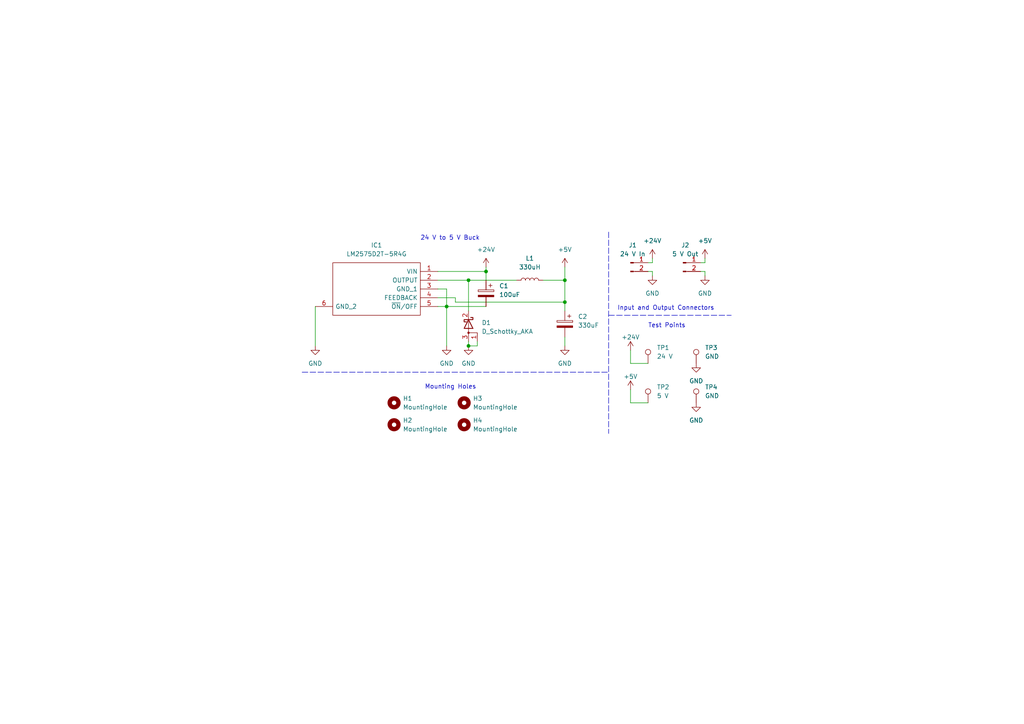
<source format=kicad_sch>
(kicad_sch (version 20211123) (generator eeschema)

  (uuid e63e39d7-6ac0-4ffd-8aa3-1841a4541b55)

  (paper "A4")

  (lib_symbols
    (symbol "Connector:Conn_01x02_Male" (pin_names (offset 1.016) hide) (in_bom yes) (on_board yes)
      (property "Reference" "J" (id 0) (at 0 2.54 0)
        (effects (font (size 1.27 1.27)))
      )
      (property "Value" "Conn_01x02_Male" (id 1) (at 0 -5.08 0)
        (effects (font (size 1.27 1.27)))
      )
      (property "Footprint" "" (id 2) (at 0 0 0)
        (effects (font (size 1.27 1.27)) hide)
      )
      (property "Datasheet" "~" (id 3) (at 0 0 0)
        (effects (font (size 1.27 1.27)) hide)
      )
      (property "ki_keywords" "connector" (id 4) (at 0 0 0)
        (effects (font (size 1.27 1.27)) hide)
      )
      (property "ki_description" "Generic connector, single row, 01x02, script generated (kicad-library-utils/schlib/autogen/connector/)" (id 5) (at 0 0 0)
        (effects (font (size 1.27 1.27)) hide)
      )
      (property "ki_fp_filters" "Connector*:*_1x??_*" (id 6) (at 0 0 0)
        (effects (font (size 1.27 1.27)) hide)
      )
      (symbol "Conn_01x02_Male_1_1"
        (polyline
          (pts
            (xy 1.27 -2.54)
            (xy 0.8636 -2.54)
          )
          (stroke (width 0.1524) (type default) (color 0 0 0 0))
          (fill (type none))
        )
        (polyline
          (pts
            (xy 1.27 0)
            (xy 0.8636 0)
          )
          (stroke (width 0.1524) (type default) (color 0 0 0 0))
          (fill (type none))
        )
        (rectangle (start 0.8636 -2.413) (end 0 -2.667)
          (stroke (width 0.1524) (type default) (color 0 0 0 0))
          (fill (type outline))
        )
        (rectangle (start 0.8636 0.127) (end 0 -0.127)
          (stroke (width 0.1524) (type default) (color 0 0 0 0))
          (fill (type outline))
        )
        (pin passive line (at 5.08 0 180) (length 3.81)
          (name "Pin_1" (effects (font (size 1.27 1.27))))
          (number "1" (effects (font (size 1.27 1.27))))
        )
        (pin passive line (at 5.08 -2.54 180) (length 3.81)
          (name "Pin_2" (effects (font (size 1.27 1.27))))
          (number "2" (effects (font (size 1.27 1.27))))
        )
      )
    )
    (symbol "Connector:TestPoint" (pin_numbers hide) (pin_names (offset 0.762) hide) (in_bom yes) (on_board yes)
      (property "Reference" "TP" (id 0) (at 0 6.858 0)
        (effects (font (size 1.27 1.27)))
      )
      (property "Value" "TestPoint" (id 1) (at 0 5.08 0)
        (effects (font (size 1.27 1.27)))
      )
      (property "Footprint" "" (id 2) (at 5.08 0 0)
        (effects (font (size 1.27 1.27)) hide)
      )
      (property "Datasheet" "~" (id 3) (at 5.08 0 0)
        (effects (font (size 1.27 1.27)) hide)
      )
      (property "ki_keywords" "test point tp" (id 4) (at 0 0 0)
        (effects (font (size 1.27 1.27)) hide)
      )
      (property "ki_description" "test point" (id 5) (at 0 0 0)
        (effects (font (size 1.27 1.27)) hide)
      )
      (property "ki_fp_filters" "Pin* Test*" (id 6) (at 0 0 0)
        (effects (font (size 1.27 1.27)) hide)
      )
      (symbol "TestPoint_0_1"
        (circle (center 0 3.302) (radius 0.762)
          (stroke (width 0) (type default) (color 0 0 0 0))
          (fill (type none))
        )
      )
      (symbol "TestPoint_1_1"
        (pin passive line (at 0 0 90) (length 2.54)
          (name "1" (effects (font (size 1.27 1.27))))
          (number "1" (effects (font (size 1.27 1.27))))
        )
      )
    )
    (symbol "Device:C_Polarized" (pin_numbers hide) (pin_names (offset 0.254)) (in_bom yes) (on_board yes)
      (property "Reference" "C" (id 0) (at 0.635 2.54 0)
        (effects (font (size 1.27 1.27)) (justify left))
      )
      (property "Value" "C_Polarized" (id 1) (at 0.635 -2.54 0)
        (effects (font (size 1.27 1.27)) (justify left))
      )
      (property "Footprint" "" (id 2) (at 0.9652 -3.81 0)
        (effects (font (size 1.27 1.27)) hide)
      )
      (property "Datasheet" "~" (id 3) (at 0 0 0)
        (effects (font (size 1.27 1.27)) hide)
      )
      (property "ki_keywords" "cap capacitor" (id 4) (at 0 0 0)
        (effects (font (size 1.27 1.27)) hide)
      )
      (property "ki_description" "Polarized capacitor" (id 5) (at 0 0 0)
        (effects (font (size 1.27 1.27)) hide)
      )
      (property "ki_fp_filters" "CP_*" (id 6) (at 0 0 0)
        (effects (font (size 1.27 1.27)) hide)
      )
      (symbol "C_Polarized_0_1"
        (rectangle (start -2.286 0.508) (end 2.286 1.016)
          (stroke (width 0) (type default) (color 0 0 0 0))
          (fill (type none))
        )
        (polyline
          (pts
            (xy -1.778 2.286)
            (xy -0.762 2.286)
          )
          (stroke (width 0) (type default) (color 0 0 0 0))
          (fill (type none))
        )
        (polyline
          (pts
            (xy -1.27 2.794)
            (xy -1.27 1.778)
          )
          (stroke (width 0) (type default) (color 0 0 0 0))
          (fill (type none))
        )
        (rectangle (start 2.286 -0.508) (end -2.286 -1.016)
          (stroke (width 0) (type default) (color 0 0 0 0))
          (fill (type outline))
        )
      )
      (symbol "C_Polarized_1_1"
        (pin passive line (at 0 3.81 270) (length 2.794)
          (name "~" (effects (font (size 1.27 1.27))))
          (number "1" (effects (font (size 1.27 1.27))))
        )
        (pin passive line (at 0 -3.81 90) (length 2.794)
          (name "~" (effects (font (size 1.27 1.27))))
          (number "2" (effects (font (size 1.27 1.27))))
        )
      )
    )
    (symbol "Device:D_Schottky_AKA" (pin_names (offset 0) hide) (in_bom yes) (on_board yes)
      (property "Reference" "D" (id 0) (at 0 2.54 0)
        (effects (font (size 1.27 1.27)))
      )
      (property "Value" "D_Schottky_AKA" (id 1) (at 0 -2.54 0)
        (effects (font (size 1.27 1.27)))
      )
      (property "Footprint" "" (id 2) (at 0 0 0)
        (effects (font (size 1.27 1.27)) hide)
      )
      (property "Datasheet" "~" (id 3) (at 0 0 0)
        (effects (font (size 1.27 1.27)) hide)
      )
      (property "ki_keywords" "diode Schottky SCHDPAK" (id 4) (at 0 0 0)
        (effects (font (size 1.27 1.27)) hide)
      )
      (property "ki_description" "Schottky diode, anode on pins 1 and 3" (id 5) (at 0 0 0)
        (effects (font (size 1.27 1.27)) hide)
      )
      (property "ki_fp_filters" "TO-???* *_Diode_* *SingleDiode* D_*" (id 6) (at 0 0 0)
        (effects (font (size 1.27 1.27)) hide)
      )
      (symbol "D_Schottky_AKA_0_1"
        (polyline
          (pts
            (xy 1.27 1.27)
            (xy 1.27 -1.27)
            (xy -1.27 0)
            (xy 1.27 1.27)
          )
          (stroke (width 0.254) (type default) (color 0 0 0 0))
          (fill (type none))
        )
        (polyline
          (pts
            (xy 3.81 2.54)
            (xy 2.54 2.54)
            (xy 2.54 0)
            (xy -1.27 0)
          )
          (stroke (width 0) (type default) (color 0 0 0 0))
          (fill (type none))
        )
        (polyline
          (pts
            (xy -1.905 0.635)
            (xy -1.905 1.27)
            (xy -1.27 1.27)
            (xy -1.27 -1.27)
            (xy -0.635 -1.27)
            (xy -0.635 -0.635)
          )
          (stroke (width 0.254) (type default) (color 0 0 0 0))
          (fill (type none))
        )
        (circle (center 2.54 0) (radius 0.254)
          (stroke (width 0) (type default) (color 0 0 0 0))
          (fill (type outline))
        )
      )
      (symbol "D_Schottky_AKA_1_1"
        (pin input line (at 5.08 2.54 180) (length 2.54)
          (name "A" (effects (font (size 1.27 1.27))))
          (number "1" (effects (font (size 1.27 1.27))))
        )
        (pin passive line (at -3.81 0 0) (length 2.54)
          (name "K" (effects (font (size 1.27 1.27))))
          (number "2" (effects (font (size 1.27 1.27))))
        )
        (pin passive line (at 5.08 0 180) (length 2.54)
          (name "A" (effects (font (size 1.27 1.27))))
          (number "3" (effects (font (size 1.27 1.27))))
        )
      )
    )
    (symbol "Device:L" (pin_numbers hide) (pin_names (offset 1.016) hide) (in_bom yes) (on_board yes)
      (property "Reference" "L" (id 0) (at -1.27 0 90)
        (effects (font (size 1.27 1.27)))
      )
      (property "Value" "L" (id 1) (at 1.905 0 90)
        (effects (font (size 1.27 1.27)))
      )
      (property "Footprint" "" (id 2) (at 0 0 0)
        (effects (font (size 1.27 1.27)) hide)
      )
      (property "Datasheet" "~" (id 3) (at 0 0 0)
        (effects (font (size 1.27 1.27)) hide)
      )
      (property "ki_keywords" "inductor choke coil reactor magnetic" (id 4) (at 0 0 0)
        (effects (font (size 1.27 1.27)) hide)
      )
      (property "ki_description" "Inductor" (id 5) (at 0 0 0)
        (effects (font (size 1.27 1.27)) hide)
      )
      (property "ki_fp_filters" "Choke_* *Coil* Inductor_* L_*" (id 6) (at 0 0 0)
        (effects (font (size 1.27 1.27)) hide)
      )
      (symbol "L_0_1"
        (arc (start 0 -2.54) (mid 0.635 -1.905) (end 0 -1.27)
          (stroke (width 0) (type default) (color 0 0 0 0))
          (fill (type none))
        )
        (arc (start 0 -1.27) (mid 0.635 -0.635) (end 0 0)
          (stroke (width 0) (type default) (color 0 0 0 0))
          (fill (type none))
        )
        (arc (start 0 0) (mid 0.635 0.635) (end 0 1.27)
          (stroke (width 0) (type default) (color 0 0 0 0))
          (fill (type none))
        )
        (arc (start 0 1.27) (mid 0.635 1.905) (end 0 2.54)
          (stroke (width 0) (type default) (color 0 0 0 0))
          (fill (type none))
        )
      )
      (symbol "L_1_1"
        (pin passive line (at 0 3.81 270) (length 1.27)
          (name "1" (effects (font (size 1.27 1.27))))
          (number "1" (effects (font (size 1.27 1.27))))
        )
        (pin passive line (at 0 -3.81 90) (length 1.27)
          (name "2" (effects (font (size 1.27 1.27))))
          (number "2" (effects (font (size 1.27 1.27))))
        )
      )
    )
    (symbol "Mechanical:MountingHole" (pin_names (offset 1.016)) (in_bom yes) (on_board yes)
      (property "Reference" "H" (id 0) (at 0 5.08 0)
        (effects (font (size 1.27 1.27)))
      )
      (property "Value" "MountingHole" (id 1) (at 0 3.175 0)
        (effects (font (size 1.27 1.27)))
      )
      (property "Footprint" "" (id 2) (at 0 0 0)
        (effects (font (size 1.27 1.27)) hide)
      )
      (property "Datasheet" "~" (id 3) (at 0 0 0)
        (effects (font (size 1.27 1.27)) hide)
      )
      (property "ki_keywords" "mounting hole" (id 4) (at 0 0 0)
        (effects (font (size 1.27 1.27)) hide)
      )
      (property "ki_description" "Mounting Hole without connection" (id 5) (at 0 0 0)
        (effects (font (size 1.27 1.27)) hide)
      )
      (property "ki_fp_filters" "MountingHole*" (id 6) (at 0 0 0)
        (effects (font (size 1.27 1.27)) hide)
      )
      (symbol "MountingHole_0_1"
        (circle (center 0 0) (radius 1.27)
          (stroke (width 1.27) (type default) (color 0 0 0 0))
          (fill (type none))
        )
      )
    )
    (symbol "SamacSys_Parts:LM2575D2T-5R4G" (pin_names (offset 0.762)) (in_bom yes) (on_board yes)
      (property "Reference" "IC" (id 0) (at 31.75 7.62 0)
        (effects (font (size 1.27 1.27)) (justify left))
      )
      (property "Value" "LM2575D2T-5R4G" (id 1) (at 31.75 5.08 0)
        (effects (font (size 1.27 1.27)) (justify left))
      )
      (property "Footprint" "NCP5663DSADJR4G" (id 2) (at 31.75 2.54 0)
        (effects (font (size 1.27 1.27)) (justify left) hide)
      )
      (property "Datasheet" "https://datasheet.datasheetarchive.com/originals/distributors/Datasheets-23/DSA-455635.pdf" (id 3) (at 31.75 0 0)
        (effects (font (size 1.27 1.27)) (justify left) hide)
      )
      (property "Description" "ON Semiconductor, LM2575D2T-5R4G Switching Regulator 1A, Maximum of 5 V, D2PAK 5-Pin" (id 4) (at 31.75 -2.54 0)
        (effects (font (size 1.27 1.27)) (justify left) hide)
      )
      (property "Height" "" (id 5) (at 31.75 -5.08 0)
        (effects (font (size 1.27 1.27)) (justify left) hide)
      )
      (property "Mouser Part Number" "863-LM2575D2T-5R4G" (id 6) (at 31.75 -7.62 0)
        (effects (font (size 1.27 1.27)) (justify left) hide)
      )
      (property "Mouser Price/Stock" "https://www.mouser.co.uk/ProductDetail/onsemi/LM2575D2T-5R4G?qs=2OtswVQKCOFBLUwJlx%252BYMQ%3D%3D" (id 7) (at 31.75 -10.16 0)
        (effects (font (size 1.27 1.27)) (justify left) hide)
      )
      (property "Manufacturer_Name" "ON Semiconductor" (id 8) (at 31.75 -12.7 0)
        (effects (font (size 1.27 1.27)) (justify left) hide)
      )
      (property "Manufacturer_Part_Number" "LM2575D2T-5R4G" (id 9) (at 31.75 -15.24 0)
        (effects (font (size 1.27 1.27)) (justify left) hide)
      )
      (property "ki_description" "ON Semiconductor, LM2575D2T-5R4G Switching Regulator 1A, Maximum of 5 V, D2PAK 5-Pin" (id 10) (at 0 0 0)
        (effects (font (size 1.27 1.27)) hide)
      )
      (symbol "LM2575D2T-5R4G_0_0"
        (pin passive line (at 35.56 -10.16 180) (length 5.08)
          (name "VIN" (effects (font (size 1.27 1.27))))
          (number "1" (effects (font (size 1.27 1.27))))
        )
        (pin passive line (at 35.56 -7.62 180) (length 5.08)
          (name "OUTPUT" (effects (font (size 1.27 1.27))))
          (number "2" (effects (font (size 1.27 1.27))))
        )
        (pin passive line (at 35.56 -5.08 180) (length 5.08)
          (name "GND_1" (effects (font (size 1.27 1.27))))
          (number "3" (effects (font (size 1.27 1.27))))
        )
        (pin passive line (at 35.56 -2.54 180) (length 5.08)
          (name "FEEDBACK" (effects (font (size 1.27 1.27))))
          (number "4" (effects (font (size 1.27 1.27))))
        )
        (pin passive line (at 35.56 0 180) (length 5.08)
          (name "~{ON}/OFF" (effects (font (size 1.27 1.27))))
          (number "5" (effects (font (size 1.27 1.27))))
        )
        (pin passive line (at 0 0 0) (length 5.08)
          (name "GND_2" (effects (font (size 1.27 1.27))))
          (number "6" (effects (font (size 1.27 1.27))))
        )
      )
      (symbol "LM2575D2T-5R4G_0_1"
        (polyline
          (pts
            (xy 5.08 2.54)
            (xy 30.48 2.54)
            (xy 30.48 -12.7)
            (xy 5.08 -12.7)
            (xy 5.08 2.54)
          )
          (stroke (width 0.1524) (type default) (color 0 0 0 0))
          (fill (type none))
        )
      )
    )
    (symbol "power:+24V" (power) (pin_names (offset 0)) (in_bom yes) (on_board yes)
      (property "Reference" "#PWR" (id 0) (at 0 -3.81 0)
        (effects (font (size 1.27 1.27)) hide)
      )
      (property "Value" "+24V" (id 1) (at 0 3.556 0)
        (effects (font (size 1.27 1.27)))
      )
      (property "Footprint" "" (id 2) (at 0 0 0)
        (effects (font (size 1.27 1.27)) hide)
      )
      (property "Datasheet" "" (id 3) (at 0 0 0)
        (effects (font (size 1.27 1.27)) hide)
      )
      (property "ki_keywords" "power-flag" (id 4) (at 0 0 0)
        (effects (font (size 1.27 1.27)) hide)
      )
      (property "ki_description" "Power symbol creates a global label with name \"+24V\"" (id 5) (at 0 0 0)
        (effects (font (size 1.27 1.27)) hide)
      )
      (symbol "+24V_0_1"
        (polyline
          (pts
            (xy -0.762 1.27)
            (xy 0 2.54)
          )
          (stroke (width 0) (type default) (color 0 0 0 0))
          (fill (type none))
        )
        (polyline
          (pts
            (xy 0 0)
            (xy 0 2.54)
          )
          (stroke (width 0) (type default) (color 0 0 0 0))
          (fill (type none))
        )
        (polyline
          (pts
            (xy 0 2.54)
            (xy 0.762 1.27)
          )
          (stroke (width 0) (type default) (color 0 0 0 0))
          (fill (type none))
        )
      )
      (symbol "+24V_1_1"
        (pin power_in line (at 0 0 90) (length 0) hide
          (name "+24V" (effects (font (size 1.27 1.27))))
          (number "1" (effects (font (size 1.27 1.27))))
        )
      )
    )
    (symbol "power:+5V" (power) (pin_names (offset 0)) (in_bom yes) (on_board yes)
      (property "Reference" "#PWR" (id 0) (at 0 -3.81 0)
        (effects (font (size 1.27 1.27)) hide)
      )
      (property "Value" "+5V" (id 1) (at 0 3.556 0)
        (effects (font (size 1.27 1.27)))
      )
      (property "Footprint" "" (id 2) (at 0 0 0)
        (effects (font (size 1.27 1.27)) hide)
      )
      (property "Datasheet" "" (id 3) (at 0 0 0)
        (effects (font (size 1.27 1.27)) hide)
      )
      (property "ki_keywords" "power-flag" (id 4) (at 0 0 0)
        (effects (font (size 1.27 1.27)) hide)
      )
      (property "ki_description" "Power symbol creates a global label with name \"+5V\"" (id 5) (at 0 0 0)
        (effects (font (size 1.27 1.27)) hide)
      )
      (symbol "+5V_0_1"
        (polyline
          (pts
            (xy -0.762 1.27)
            (xy 0 2.54)
          )
          (stroke (width 0) (type default) (color 0 0 0 0))
          (fill (type none))
        )
        (polyline
          (pts
            (xy 0 0)
            (xy 0 2.54)
          )
          (stroke (width 0) (type default) (color 0 0 0 0))
          (fill (type none))
        )
        (polyline
          (pts
            (xy 0 2.54)
            (xy 0.762 1.27)
          )
          (stroke (width 0) (type default) (color 0 0 0 0))
          (fill (type none))
        )
      )
      (symbol "+5V_1_1"
        (pin power_in line (at 0 0 90) (length 0) hide
          (name "+5V" (effects (font (size 1.27 1.27))))
          (number "1" (effects (font (size 1.27 1.27))))
        )
      )
    )
    (symbol "power:GND" (power) (pin_names (offset 0)) (in_bom yes) (on_board yes)
      (property "Reference" "#PWR" (id 0) (at 0 -6.35 0)
        (effects (font (size 1.27 1.27)) hide)
      )
      (property "Value" "GND" (id 1) (at 0 -3.81 0)
        (effects (font (size 1.27 1.27)))
      )
      (property "Footprint" "" (id 2) (at 0 0 0)
        (effects (font (size 1.27 1.27)) hide)
      )
      (property "Datasheet" "" (id 3) (at 0 0 0)
        (effects (font (size 1.27 1.27)) hide)
      )
      (property "ki_keywords" "power-flag" (id 4) (at 0 0 0)
        (effects (font (size 1.27 1.27)) hide)
      )
      (property "ki_description" "Power symbol creates a global label with name \"GND\" , ground" (id 5) (at 0 0 0)
        (effects (font (size 1.27 1.27)) hide)
      )
      (symbol "GND_0_1"
        (polyline
          (pts
            (xy 0 0)
            (xy 0 -1.27)
            (xy 1.27 -1.27)
            (xy 0 -2.54)
            (xy -1.27 -1.27)
            (xy 0 -1.27)
          )
          (stroke (width 0) (type default) (color 0 0 0 0))
          (fill (type none))
        )
      )
      (symbol "GND_1_1"
        (pin power_in line (at 0 0 270) (length 0) hide
          (name "GND" (effects (font (size 1.27 1.27))))
          (number "1" (effects (font (size 1.27 1.27))))
        )
      )
    )
  )

  (junction (at 135.89 81.28) (diameter 0) (color 0 0 0 0)
    (uuid 21337fed-f251-4da8-889d-f472411ca9fa)
  )
  (junction (at 135.89 100.33) (diameter 0) (color 0 0 0 0)
    (uuid 417c11c1-6082-495a-85bc-f290683cf2d2)
  )
  (junction (at 163.83 81.28) (diameter 0) (color 0 0 0 0)
    (uuid 54295bdd-cc13-4e6f-9a90-1ca68aa70bb2)
  )
  (junction (at 129.54 88.9) (diameter 0) (color 0 0 0 0)
    (uuid 8d8d63b8-faa3-49d2-afd2-cc3043746dad)
  )
  (junction (at 163.83 87.63) (diameter 0) (color 0 0 0 0)
    (uuid ab5be492-0c14-4da4-a58e-f1df67f4fa40)
  )
  (junction (at 140.97 78.74) (diameter 0) (color 0 0 0 0)
    (uuid f557f8de-40d7-4ffa-adae-0408a1fdcdec)
  )

  (wire (pts (xy 182.88 101.6) (xy 182.88 105.41))
    (stroke (width 0) (type default) (color 0 0 0 0))
    (uuid 0e5fd2a1-6125-480a-af28-aee23333364d)
  )
  (wire (pts (xy 163.83 87.63) (xy 132.08 87.63))
    (stroke (width 0) (type default) (color 0 0 0 0))
    (uuid 12f1f3ad-4b99-4684-abff-ffe3a06cbc65)
  )
  (wire (pts (xy 91.44 88.9) (xy 91.44 100.33))
    (stroke (width 0) (type default) (color 0 0 0 0))
    (uuid 2061876f-2be4-400a-a302-438c0814c029)
  )
  (wire (pts (xy 204.47 78.74) (xy 204.47 80.01))
    (stroke (width 0) (type default) (color 0 0 0 0))
    (uuid 266b42bd-56de-4e23-bf56-2b0a6935262a)
  )
  (wire (pts (xy 127 86.36) (xy 132.08 86.36))
    (stroke (width 0) (type default) (color 0 0 0 0))
    (uuid 3509cfd1-9e05-4bc6-9c04-f9651483e33f)
  )
  (wire (pts (xy 203.2 76.2) (xy 204.47 76.2))
    (stroke (width 0) (type default) (color 0 0 0 0))
    (uuid 36369dea-a324-4f2a-98d2-e5c250767a2b)
  )
  (wire (pts (xy 203.2 78.74) (xy 204.47 78.74))
    (stroke (width 0) (type default) (color 0 0 0 0))
    (uuid 3665c82b-d442-4830-848e-9bf64bea8466)
  )
  (wire (pts (xy 138.43 100.33) (xy 138.43 99.06))
    (stroke (width 0) (type default) (color 0 0 0 0))
    (uuid 3af4f4cf-9f63-48b5-9de8-e37b07c7e7f9)
  )
  (wire (pts (xy 163.83 87.63) (xy 163.83 90.17))
    (stroke (width 0) (type default) (color 0 0 0 0))
    (uuid 3ceec098-2595-49ca-a1c6-94010ccff316)
  )
  (wire (pts (xy 204.47 76.2) (xy 204.47 74.93))
    (stroke (width 0) (type default) (color 0 0 0 0))
    (uuid 43398c34-4627-4393-a04e-bced673761fa)
  )
  (wire (pts (xy 135.89 81.28) (xy 149.86 81.28))
    (stroke (width 0) (type default) (color 0 0 0 0))
    (uuid 448f0436-a912-4259-89b6-2cc97779a689)
  )
  (wire (pts (xy 140.97 78.74) (xy 140.97 81.28))
    (stroke (width 0) (type default) (color 0 0 0 0))
    (uuid 488c7f70-791d-49eb-8c5a-fafb954dd4b7)
  )
  (wire (pts (xy 129.54 83.82) (xy 127 83.82))
    (stroke (width 0) (type default) (color 0 0 0 0))
    (uuid 55a3c1d7-b87c-49c3-b9ab-40aded906e2e)
  )
  (polyline (pts (xy 176.53 91.44) (xy 212.09 91.44))
    (stroke (width 0) (type default) (color 0 0 0 0))
    (uuid 5c46ba13-cf0e-4335-b34e-9ec442511509)
  )

  (wire (pts (xy 135.89 99.06) (xy 135.89 100.33))
    (stroke (width 0) (type default) (color 0 0 0 0))
    (uuid 5c96d793-f576-407a-9353-cae541a8cb95)
  )
  (polyline (pts (xy 176.53 67.31) (xy 176.53 125.73))
    (stroke (width 0) (type default) (color 0 0 0 0))
    (uuid 60c6cd11-19de-4507-bbfd-0b3eecb0ec9b)
  )

  (wire (pts (xy 163.83 81.28) (xy 163.83 87.63))
    (stroke (width 0) (type default) (color 0 0 0 0))
    (uuid 68cfbe1a-ffcb-4c8f-adf2-35aa9f307d3a)
  )
  (wire (pts (xy 157.48 81.28) (xy 163.83 81.28))
    (stroke (width 0) (type default) (color 0 0 0 0))
    (uuid 6ba37e55-db0c-45b2-a380-650a6dfbd096)
  )
  (wire (pts (xy 135.89 81.28) (xy 135.89 90.17))
    (stroke (width 0) (type default) (color 0 0 0 0))
    (uuid 8927b693-3483-404f-8be8-a88a1a129862)
  )
  (wire (pts (xy 182.88 116.84) (xy 187.96 116.84))
    (stroke (width 0) (type default) (color 0 0 0 0))
    (uuid 89a16117-56a5-4c8e-a04b-fdd70e3443b9)
  )
  (wire (pts (xy 135.89 100.33) (xy 138.43 100.33))
    (stroke (width 0) (type default) (color 0 0 0 0))
    (uuid 8e5a7eb8-9e39-484c-8d32-90140b9d6064)
  )
  (wire (pts (xy 140.97 77.47) (xy 140.97 78.74))
    (stroke (width 0) (type default) (color 0 0 0 0))
    (uuid 9a8a4f52-1c3a-49cb-9ca3-52942d6f4831)
  )
  (wire (pts (xy 187.96 78.74) (xy 189.23 78.74))
    (stroke (width 0) (type default) (color 0 0 0 0))
    (uuid 9c53bf56-7ba6-4053-9474-4c5ff0db4d72)
  )
  (wire (pts (xy 189.23 76.2) (xy 189.23 74.93))
    (stroke (width 0) (type default) (color 0 0 0 0))
    (uuid 9e4e46c9-c8ca-45d9-bede-2d4b6063f159)
  )
  (wire (pts (xy 187.96 76.2) (xy 189.23 76.2))
    (stroke (width 0) (type default) (color 0 0 0 0))
    (uuid aa32abe0-bee8-4ca1-865e-53096df272e1)
  )
  (wire (pts (xy 127 81.28) (xy 135.89 81.28))
    (stroke (width 0) (type default) (color 0 0 0 0))
    (uuid bc38977d-eddf-4d87-8199-1ba8870e863f)
  )
  (wire (pts (xy 129.54 88.9) (xy 140.97 88.9))
    (stroke (width 0) (type default) (color 0 0 0 0))
    (uuid bedc3f1e-1bba-43df-b423-c9c18af56697)
  )
  (wire (pts (xy 189.23 78.74) (xy 189.23 80.01))
    (stroke (width 0) (type default) (color 0 0 0 0))
    (uuid bf0a8df7-b0e5-4be8-85ac-b456234cf194)
  )
  (wire (pts (xy 129.54 83.82) (xy 129.54 88.9))
    (stroke (width 0) (type default) (color 0 0 0 0))
    (uuid cafddb81-a638-4e55-883b-da9e073efca7)
  )
  (polyline (pts (xy 87.63 107.95) (xy 176.53 107.95))
    (stroke (width 0) (type default) (color 0 0 0 0))
    (uuid d2d6eb0c-b7dd-4dd4-ab57-8f3ce956360f)
  )

  (wire (pts (xy 163.83 77.47) (xy 163.83 81.28))
    (stroke (width 0) (type default) (color 0 0 0 0))
    (uuid d53efbe9-9c42-41fd-a616-a8f6624f1830)
  )
  (wire (pts (xy 127 88.9) (xy 129.54 88.9))
    (stroke (width 0) (type default) (color 0 0 0 0))
    (uuid e06cb47e-dcc5-42d1-88f4-a0b0f82c2680)
  )
  (wire (pts (xy 182.88 113.03) (xy 182.88 116.84))
    (stroke (width 0) (type default) (color 0 0 0 0))
    (uuid e3d0a9a5-19a3-4e7c-97ba-e3b739d74c4d)
  )
  (wire (pts (xy 132.08 87.63) (xy 132.08 86.36))
    (stroke (width 0) (type default) (color 0 0 0 0))
    (uuid ef7a2911-7794-4b89-92d3-508dbde7265c)
  )
  (wire (pts (xy 127 78.74) (xy 140.97 78.74))
    (stroke (width 0) (type default) (color 0 0 0 0))
    (uuid f0548328-2c4a-4580-8873-c885f0c8879e)
  )
  (wire (pts (xy 163.83 97.79) (xy 163.83 100.33))
    (stroke (width 0) (type default) (color 0 0 0 0))
    (uuid f6b3f86f-a62d-4458-9b2c-0e79100dc5cc)
  )
  (wire (pts (xy 129.54 88.9) (xy 129.54 100.33))
    (stroke (width 0) (type default) (color 0 0 0 0))
    (uuid fd74118e-560b-4b08-811d-c12880c31cfa)
  )
  (wire (pts (xy 182.88 105.41) (xy 187.96 105.41))
    (stroke (width 0) (type default) (color 0 0 0 0))
    (uuid ff654fbc-3005-482b-af6f-276d005a3bfc)
  )

  (text "Input and Output Connectors" (at 179.07 90.17 0)
    (effects (font (size 1.27 1.27)) (justify left bottom))
    (uuid 0e3258c3-2542-416f-999a-5b3bcab67e0b)
  )
  (text "Test Points" (at 187.96 95.25 0)
    (effects (font (size 1.27 1.27)) (justify left bottom))
    (uuid 565a7a93-9cf3-42e9-85f1-99eec61c9f18)
  )
  (text "Mounting Holes" (at 123.19 113.03 0)
    (effects (font (size 1.27 1.27)) (justify left bottom))
    (uuid 58081b0c-9628-42dd-bcc7-f44192e3e59a)
  )
  (text "24 V to 5 V Buck" (at 121.92 69.85 0)
    (effects (font (size 1.27 1.27)) (justify left bottom))
    (uuid 91ff2aad-28d3-494c-a28d-dd53a5f27231)
  )

  (symbol (lib_id "Mechanical:MountingHole") (at 134.62 123.19 0) (unit 1)
    (in_bom yes) (on_board yes) (fields_autoplaced)
    (uuid 055763b9-edb3-4164-87ca-aafe874c714d)
    (property "Reference" "H4" (id 0) (at 137.16 121.9199 0)
      (effects (font (size 1.27 1.27)) (justify left))
    )
    (property "Value" "MountingHole" (id 1) (at 137.16 124.4599 0)
      (effects (font (size 1.27 1.27)) (justify left))
    )
    (property "Footprint" "MountingHole:MountingHole_3.2mm_M3" (id 2) (at 134.62 123.19 0)
      (effects (font (size 1.27 1.27)) hide)
    )
    (property "Datasheet" "~" (id 3) (at 134.62 123.19 0)
      (effects (font (size 1.27 1.27)) hide)
    )
  )

  (symbol (lib_id "power:+24V") (at 189.23 74.93 0) (unit 1)
    (in_bom yes) (on_board yes) (fields_autoplaced)
    (uuid 08f366cc-eebc-4636-8b78-e42b00958c78)
    (property "Reference" "#PWR0105" (id 0) (at 189.23 78.74 0)
      (effects (font (size 1.27 1.27)) hide)
    )
    (property "Value" "+24V" (id 1) (at 189.23 69.85 0))
    (property "Footprint" "" (id 2) (at 189.23 74.93 0)
      (effects (font (size 1.27 1.27)) hide)
    )
    (property "Datasheet" "" (id 3) (at 189.23 74.93 0)
      (effects (font (size 1.27 1.27)) hide)
    )
    (pin "1" (uuid 32f5be3b-815b-49c2-9e7a-de4dce5484c9))
  )

  (symbol (lib_id "Mechanical:MountingHole") (at 114.3 116.84 0) (unit 1)
    (in_bom yes) (on_board yes) (fields_autoplaced)
    (uuid 127fffb0-17b3-4e8b-a5ca-844c1fa9529d)
    (property "Reference" "H1" (id 0) (at 116.84 115.5699 0)
      (effects (font (size 1.27 1.27)) (justify left))
    )
    (property "Value" "MountingHole" (id 1) (at 116.84 118.1099 0)
      (effects (font (size 1.27 1.27)) (justify left))
    )
    (property "Footprint" "MountingHole:MountingHole_3.2mm_M3" (id 2) (at 114.3 116.84 0)
      (effects (font (size 1.27 1.27)) hide)
    )
    (property "Datasheet" "~" (id 3) (at 114.3 116.84 0)
      (effects (font (size 1.27 1.27)) hide)
    )
  )

  (symbol (lib_id "Connector:TestPoint") (at 201.93 116.84 0) (unit 1)
    (in_bom yes) (on_board yes) (fields_autoplaced)
    (uuid 2738b9d8-7455-4383-9d43-16fa38b434f0)
    (property "Reference" "TP4" (id 0) (at 204.47 112.2679 0)
      (effects (font (size 1.27 1.27)) (justify left))
    )
    (property "Value" "GND" (id 1) (at 204.47 114.8079 0)
      (effects (font (size 1.27 1.27)) (justify left))
    )
    (property "Footprint" "TestPoint:TestPoint_THTPad_D2.0mm_Drill1.0mm" (id 2) (at 207.01 116.84 0)
      (effects (font (size 1.27 1.27)) hide)
    )
    (property "Datasheet" "~" (id 3) (at 207.01 116.84 0)
      (effects (font (size 1.27 1.27)) hide)
    )
    (pin "1" (uuid f4e5d476-d421-46cd-9c79-47d057b16060))
  )

  (symbol (lib_id "Device:D_Schottky_AKA") (at 135.89 93.98 270) (unit 1)
    (in_bom yes) (on_board yes) (fields_autoplaced)
    (uuid 29e04bf0-3113-4ad5-9ea9-c2dd9a6eb12e)
    (property "Reference" "D1" (id 0) (at 139.7 93.5989 90)
      (effects (font (size 1.27 1.27)) (justify left))
    )
    (property "Value" "D_Schottky_AKA" (id 1) (at 139.7 96.1389 90)
      (effects (font (size 1.27 1.27)) (justify left))
    )
    (property "Footprint" "Package_TO_SOT_SMD:TO-252-2" (id 2) (at 135.89 93.98 0)
      (effects (font (size 1.27 1.27)) hide)
    )
    (property "Datasheet" "~" (id 3) (at 135.89 93.98 0)
      (effects (font (size 1.27 1.27)) hide)
    )
    (pin "1" (uuid cc24f5d2-0371-49e4-a197-1afb70d7f169))
    (pin "2" (uuid 0ca400b2-5236-4741-b572-62f2f24cdf86))
    (pin "3" (uuid 2598bb26-ade0-4e3d-a972-5b18905a29e1))
  )

  (symbol (lib_id "Device:L") (at 153.67 81.28 90) (unit 1)
    (in_bom yes) (on_board yes) (fields_autoplaced)
    (uuid 3183b767-b4a9-4583-9170-2bd088f2d087)
    (property "Reference" "L1" (id 0) (at 153.67 74.93 90))
    (property "Value" "330uH" (id 1) (at 153.67 77.47 90))
    (property "Footprint" "Inductor_THT:L_Toroid_Vertical_L31.8mm_W15.9mm_P13.50mm_Bourns_5700" (id 2) (at 153.67 81.28 0)
      (effects (font (size 1.27 1.27)) hide)
    )
    (property "Datasheet" "~" (id 3) (at 153.67 81.28 0)
      (effects (font (size 1.27 1.27)) hide)
    )
    (pin "1" (uuid 4648de30-4449-48a8-a551-d00c8f1a426d))
    (pin "2" (uuid 01d174fe-c599-4bbd-bc3f-1a00340dbb27))
  )

  (symbol (lib_id "power:GND") (at 129.54 100.33 0) (unit 1)
    (in_bom yes) (on_board yes) (fields_autoplaced)
    (uuid 3c7fbdaf-a7bf-41aa-a12e-66fb8db90974)
    (property "Reference" "#PWR0112" (id 0) (at 129.54 106.68 0)
      (effects (font (size 1.27 1.27)) hide)
    )
    (property "Value" "GND" (id 1) (at 129.54 105.41 0))
    (property "Footprint" "" (id 2) (at 129.54 100.33 0)
      (effects (font (size 1.27 1.27)) hide)
    )
    (property "Datasheet" "" (id 3) (at 129.54 100.33 0)
      (effects (font (size 1.27 1.27)) hide)
    )
    (pin "1" (uuid f240359e-cb10-4ab5-811f-837d91684332))
  )

  (symbol (lib_id "Connector:Conn_01x02_Male") (at 182.88 76.2 0) (unit 1)
    (in_bom yes) (on_board yes) (fields_autoplaced)
    (uuid 3ddb641d-5ab6-42d0-8415-14273d5c9dad)
    (property "Reference" "J1" (id 0) (at 183.515 71.12 0))
    (property "Value" "24 V In" (id 1) (at 183.515 73.66 0))
    (property "Footprint" "Connector_PinHeader_2.54mm:PinHeader_1x02_P2.54mm_Vertical" (id 2) (at 182.88 76.2 0)
      (effects (font (size 1.27 1.27)) hide)
    )
    (property "Datasheet" "~" (id 3) (at 182.88 76.2 0)
      (effects (font (size 1.27 1.27)) hide)
    )
    (pin "1" (uuid faee9023-5cb0-41ae-a7ad-28d932498fa9))
    (pin "2" (uuid 46af49f5-98cd-41ba-8f2d-029574ef237c))
  )

  (symbol (lib_id "Device:C_Polarized") (at 140.97 85.09 0) (mirror y) (unit 1)
    (in_bom yes) (on_board yes) (fields_autoplaced)
    (uuid 47e68a06-ffc8-4873-ba3b-58c862c6e9a7)
    (property "Reference" "C1" (id 0) (at 144.78 82.9309 0)
      (effects (font (size 1.27 1.27)) (justify right))
    )
    (property "Value" "100uF" (id 1) (at 144.78 85.4709 0)
      (effects (font (size 1.27 1.27)) (justify right))
    )
    (property "Footprint" "Capacitor_THT:CP_Radial_D8.0mm_P3.50mm" (id 2) (at 140.0048 88.9 0)
      (effects (font (size 1.27 1.27)) hide)
    )
    (property "Datasheet" "~" (id 3) (at 140.97 85.09 0)
      (effects (font (size 1.27 1.27)) hide)
    )
    (pin "1" (uuid 2d223460-6658-42b5-b08b-2bf056889d10))
    (pin "2" (uuid 9936fe82-f39e-4423-a3ae-78602fa02de5))
  )

  (symbol (lib_id "power:GND") (at 163.83 100.33 0) (unit 1)
    (in_bom yes) (on_board yes) (fields_autoplaced)
    (uuid 49e03d71-3f8b-4ab2-a8ad-aea2f1ffb367)
    (property "Reference" "#PWR0106" (id 0) (at 163.83 106.68 0)
      (effects (font (size 1.27 1.27)) hide)
    )
    (property "Value" "GND" (id 1) (at 163.83 105.41 0))
    (property "Footprint" "" (id 2) (at 163.83 100.33 0)
      (effects (font (size 1.27 1.27)) hide)
    )
    (property "Datasheet" "" (id 3) (at 163.83 100.33 0)
      (effects (font (size 1.27 1.27)) hide)
    )
    (pin "1" (uuid fbd6e139-6df1-4cfb-b2ce-185045351c35))
  )

  (symbol (lib_id "Mechanical:MountingHole") (at 114.3 123.19 0) (unit 1)
    (in_bom yes) (on_board yes) (fields_autoplaced)
    (uuid 4df34696-0455-4e1a-8e6f-7d04781dcc13)
    (property "Reference" "H2" (id 0) (at 116.84 121.9199 0)
      (effects (font (size 1.27 1.27)) (justify left))
    )
    (property "Value" "MountingHole" (id 1) (at 116.84 124.4599 0)
      (effects (font (size 1.27 1.27)) (justify left))
    )
    (property "Footprint" "MountingHole:MountingHole_3.2mm_M3" (id 2) (at 114.3 123.19 0)
      (effects (font (size 1.27 1.27)) hide)
    )
    (property "Datasheet" "~" (id 3) (at 114.3 123.19 0)
      (effects (font (size 1.27 1.27)) hide)
    )
  )

  (symbol (lib_id "power:GND") (at 201.93 116.84 0) (unit 1)
    (in_bom yes) (on_board yes) (fields_autoplaced)
    (uuid 53541f84-e5ba-4a85-a006-b8096674776b)
    (property "Reference" "#PWR0102" (id 0) (at 201.93 123.19 0)
      (effects (font (size 1.27 1.27)) hide)
    )
    (property "Value" "GND" (id 1) (at 201.93 121.92 0))
    (property "Footprint" "" (id 2) (at 201.93 116.84 0)
      (effects (font (size 1.27 1.27)) hide)
    )
    (property "Datasheet" "" (id 3) (at 201.93 116.84 0)
      (effects (font (size 1.27 1.27)) hide)
    )
    (pin "1" (uuid 1262ebd9-d1fd-4467-90f4-9d35f48e0794))
  )

  (symbol (lib_id "Connector:Conn_01x02_Male") (at 198.12 76.2 0) (unit 1)
    (in_bom yes) (on_board yes) (fields_autoplaced)
    (uuid 564c43d2-3de0-4d4b-b01f-da9e0ca8e56b)
    (property "Reference" "J2" (id 0) (at 198.755 71.12 0))
    (property "Value" "5 V Out" (id 1) (at 198.755 73.66 0))
    (property "Footprint" "Connector_PinHeader_2.54mm:PinHeader_1x02_P2.54mm_Vertical" (id 2) (at 198.12 76.2 0)
      (effects (font (size 1.27 1.27)) hide)
    )
    (property "Datasheet" "~" (id 3) (at 198.12 76.2 0)
      (effects (font (size 1.27 1.27)) hide)
    )
    (pin "1" (uuid c6678a91-4319-4628-ad14-b54db816b7ce))
    (pin "2" (uuid 95f10584-a866-447b-902b-9984402a23b6))
  )

  (symbol (lib_id "power:+5V") (at 182.88 113.03 0) (unit 1)
    (in_bom yes) (on_board yes)
    (uuid 6a106d83-24db-4da6-99f7-b851d1716bf1)
    (property "Reference" "#PWR0101" (id 0) (at 182.88 116.84 0)
      (effects (font (size 1.27 1.27)) hide)
    )
    (property "Value" "+5V" (id 1) (at 182.88 109.22 0))
    (property "Footprint" "" (id 2) (at 182.88 113.03 0)
      (effects (font (size 1.27 1.27)) hide)
    )
    (property "Datasheet" "" (id 3) (at 182.88 113.03 0)
      (effects (font (size 1.27 1.27)) hide)
    )
    (pin "1" (uuid d74ba8f8-323a-472d-9c9f-7fecccebcdcf))
  )

  (symbol (lib_id "power:+5V") (at 163.83 77.47 0) (unit 1)
    (in_bom yes) (on_board yes) (fields_autoplaced)
    (uuid 7369ceff-38ea-4740-9245-fda19d5ff608)
    (property "Reference" "#PWR0103" (id 0) (at 163.83 81.28 0)
      (effects (font (size 1.27 1.27)) hide)
    )
    (property "Value" "+5V" (id 1) (at 163.83 72.39 0))
    (property "Footprint" "" (id 2) (at 163.83 77.47 0)
      (effects (font (size 1.27 1.27)) hide)
    )
    (property "Datasheet" "" (id 3) (at 163.83 77.47 0)
      (effects (font (size 1.27 1.27)) hide)
    )
    (pin "1" (uuid 45ac22ca-9e10-41a2-9138-841c03a39c0b))
  )

  (symbol (lib_id "Connector:TestPoint") (at 187.96 105.41 0) (unit 1)
    (in_bom yes) (on_board yes) (fields_autoplaced)
    (uuid 9f75d85c-94bd-4c07-b70c-29b2ea604d05)
    (property "Reference" "TP1" (id 0) (at 190.5 100.8379 0)
      (effects (font (size 1.27 1.27)) (justify left))
    )
    (property "Value" "24 V" (id 1) (at 190.5 103.3779 0)
      (effects (font (size 1.27 1.27)) (justify left))
    )
    (property "Footprint" "TestPoint:TestPoint_THTPad_D2.0mm_Drill1.0mm" (id 2) (at 193.04 105.41 0)
      (effects (font (size 1.27 1.27)) hide)
    )
    (property "Datasheet" "~" (id 3) (at 193.04 105.41 0)
      (effects (font (size 1.27 1.27)) hide)
    )
    (pin "1" (uuid 38dccf63-f0e9-4685-97b0-557e140faf4b))
  )

  (symbol (lib_id "power:+24V") (at 182.88 101.6 0) (unit 1)
    (in_bom yes) (on_board yes)
    (uuid a7378f9c-3d54-478a-b156-da88ddb58ace)
    (property "Reference" "#PWR0107" (id 0) (at 182.88 105.41 0)
      (effects (font (size 1.27 1.27)) hide)
    )
    (property "Value" "+24V" (id 1) (at 182.88 97.79 0))
    (property "Footprint" "" (id 2) (at 182.88 101.6 0)
      (effects (font (size 1.27 1.27)) hide)
    )
    (property "Datasheet" "" (id 3) (at 182.88 101.6 0)
      (effects (font (size 1.27 1.27)) hide)
    )
    (pin "1" (uuid 238b63a7-fb07-4e65-8114-3151f36bff54))
  )

  (symbol (lib_id "power:+24V") (at 140.97 77.47 0) (unit 1)
    (in_bom yes) (on_board yes) (fields_autoplaced)
    (uuid b5d5fcf0-bbe6-4e13-b9eb-59825a32e12e)
    (property "Reference" "#PWR0111" (id 0) (at 140.97 81.28 0)
      (effects (font (size 1.27 1.27)) hide)
    )
    (property "Value" "+24V" (id 1) (at 140.97 72.39 0))
    (property "Footprint" "" (id 2) (at 140.97 77.47 0)
      (effects (font (size 1.27 1.27)) hide)
    )
    (property "Datasheet" "" (id 3) (at 140.97 77.47 0)
      (effects (font (size 1.27 1.27)) hide)
    )
    (pin "1" (uuid 4c2468df-c996-4204-ad6c-64261fb529eb))
  )

  (symbol (lib_id "Connector:TestPoint") (at 201.93 105.41 0) (unit 1)
    (in_bom yes) (on_board yes) (fields_autoplaced)
    (uuid c174b986-3acb-4ecd-b203-1fb914d629f8)
    (property "Reference" "TP3" (id 0) (at 204.47 100.8379 0)
      (effects (font (size 1.27 1.27)) (justify left))
    )
    (property "Value" "GND" (id 1) (at 204.47 103.3779 0)
      (effects (font (size 1.27 1.27)) (justify left))
    )
    (property "Footprint" "TestPoint:TestPoint_THTPad_D2.0mm_Drill1.0mm" (id 2) (at 207.01 105.41 0)
      (effects (font (size 1.27 1.27)) hide)
    )
    (property "Datasheet" "~" (id 3) (at 207.01 105.41 0)
      (effects (font (size 1.27 1.27)) hide)
    )
    (pin "1" (uuid 102df17e-a709-4fbf-9bd9-8316bc9f6a6b))
  )

  (symbol (lib_id "power:GND") (at 204.47 80.01 0) (unit 1)
    (in_bom yes) (on_board yes) (fields_autoplaced)
    (uuid c89808e7-28fd-46c5-929a-f0f36e4c5589)
    (property "Reference" "#PWR0109" (id 0) (at 204.47 86.36 0)
      (effects (font (size 1.27 1.27)) hide)
    )
    (property "Value" "GND" (id 1) (at 204.47 85.09 0))
    (property "Footprint" "" (id 2) (at 204.47 80.01 0)
      (effects (font (size 1.27 1.27)) hide)
    )
    (property "Datasheet" "" (id 3) (at 204.47 80.01 0)
      (effects (font (size 1.27 1.27)) hide)
    )
    (pin "1" (uuid bc46b3c4-ffc7-4966-aa51-0af47658cf81))
  )

  (symbol (lib_id "power:GND") (at 201.93 105.41 0) (unit 1)
    (in_bom yes) (on_board yes) (fields_autoplaced)
    (uuid c8c3eba3-4318-4b12-9ae9-85d31b3e9987)
    (property "Reference" "#PWR0110" (id 0) (at 201.93 111.76 0)
      (effects (font (size 1.27 1.27)) hide)
    )
    (property "Value" "GND" (id 1) (at 201.93 110.49 0))
    (property "Footprint" "" (id 2) (at 201.93 105.41 0)
      (effects (font (size 1.27 1.27)) hide)
    )
    (property "Datasheet" "" (id 3) (at 201.93 105.41 0)
      (effects (font (size 1.27 1.27)) hide)
    )
    (pin "1" (uuid 7a8f449e-bbf2-4bb5-bb61-06343b8e092c))
  )

  (symbol (lib_id "power:GND") (at 135.89 100.33 0) (unit 1)
    (in_bom yes) (on_board yes) (fields_autoplaced)
    (uuid d0d55c8b-16d6-4c3e-8041-1bc7d7f9e994)
    (property "Reference" "#PWR0113" (id 0) (at 135.89 106.68 0)
      (effects (font (size 1.27 1.27)) hide)
    )
    (property "Value" "GND" (id 1) (at 135.89 105.41 0))
    (property "Footprint" "" (id 2) (at 135.89 100.33 0)
      (effects (font (size 1.27 1.27)) hide)
    )
    (property "Datasheet" "" (id 3) (at 135.89 100.33 0)
      (effects (font (size 1.27 1.27)) hide)
    )
    (pin "1" (uuid 1df10ed2-b1fb-4568-baad-63b99a612954))
  )

  (symbol (lib_id "power:GND") (at 91.44 100.33 0) (unit 1)
    (in_bom yes) (on_board yes) (fields_autoplaced)
    (uuid d7fa7e3c-80a0-494d-b064-b93c57d26230)
    (property "Reference" "#PWR0114" (id 0) (at 91.44 106.68 0)
      (effects (font (size 1.27 1.27)) hide)
    )
    (property "Value" "GND" (id 1) (at 91.44 105.41 0))
    (property "Footprint" "" (id 2) (at 91.44 100.33 0)
      (effects (font (size 1.27 1.27)) hide)
    )
    (property "Datasheet" "" (id 3) (at 91.44 100.33 0)
      (effects (font (size 1.27 1.27)) hide)
    )
    (pin "1" (uuid 3d1080af-2f70-482d-92ac-a9df76e92eda))
  )

  (symbol (lib_id "Connector:TestPoint") (at 187.96 116.84 0) (unit 1)
    (in_bom yes) (on_board yes) (fields_autoplaced)
    (uuid e2466ea9-3bbb-421c-a06c-ca53494a924d)
    (property "Reference" "TP2" (id 0) (at 190.5 112.2679 0)
      (effects (font (size 1.27 1.27)) (justify left))
    )
    (property "Value" "5 V" (id 1) (at 190.5 114.8079 0)
      (effects (font (size 1.27 1.27)) (justify left))
    )
    (property "Footprint" "TestPoint:TestPoint_THTPad_D2.0mm_Drill1.0mm" (id 2) (at 193.04 116.84 0)
      (effects (font (size 1.27 1.27)) hide)
    )
    (property "Datasheet" "~" (id 3) (at 193.04 116.84 0)
      (effects (font (size 1.27 1.27)) hide)
    )
    (pin "1" (uuid 0f0914ab-9b1f-47e4-9008-a114988d94e0))
  )

  (symbol (lib_id "power:+5V") (at 204.47 74.93 0) (unit 1)
    (in_bom yes) (on_board yes) (fields_autoplaced)
    (uuid e52f337f-a495-4c75-a60a-271401f6ed9b)
    (property "Reference" "#PWR0108" (id 0) (at 204.47 78.74 0)
      (effects (font (size 1.27 1.27)) hide)
    )
    (property "Value" "+5V" (id 1) (at 204.47 69.85 0))
    (property "Footprint" "" (id 2) (at 204.47 74.93 0)
      (effects (font (size 1.27 1.27)) hide)
    )
    (property "Datasheet" "" (id 3) (at 204.47 74.93 0)
      (effects (font (size 1.27 1.27)) hide)
    )
    (pin "1" (uuid 547f1157-6fc0-4f9f-adbc-3688b7631966))
  )

  (symbol (lib_id "Device:C_Polarized") (at 163.83 93.98 0) (mirror y) (unit 1)
    (in_bom yes) (on_board yes) (fields_autoplaced)
    (uuid e9746e32-28f9-405c-965c-ac8b58659acf)
    (property "Reference" "C2" (id 0) (at 167.64 91.8209 0)
      (effects (font (size 1.27 1.27)) (justify right))
    )
    (property "Value" "330uF" (id 1) (at 167.64 94.3609 0)
      (effects (font (size 1.27 1.27)) (justify right))
    )
    (property "Footprint" "Capacitor_THT:CP_Radial_D8.0mm_P3.50mm" (id 2) (at 162.8648 97.79 0)
      (effects (font (size 1.27 1.27)) hide)
    )
    (property "Datasheet" "~" (id 3) (at 163.83 93.98 0)
      (effects (font (size 1.27 1.27)) hide)
    )
    (pin "1" (uuid 1c1771cb-fd36-4995-9ebf-dba2e9b87f12))
    (pin "2" (uuid 70a3760b-fbd9-41b7-9eab-f878bfda5fda))
  )

  (symbol (lib_id "Mechanical:MountingHole") (at 134.62 116.84 0) (unit 1)
    (in_bom yes) (on_board yes) (fields_autoplaced)
    (uuid eb74a981-47de-4dca-944e-4ba5bca29db1)
    (property "Reference" "H3" (id 0) (at 137.16 115.5699 0)
      (effects (font (size 1.27 1.27)) (justify left))
    )
    (property "Value" "MountingHole" (id 1) (at 137.16 118.1099 0)
      (effects (font (size 1.27 1.27)) (justify left))
    )
    (property "Footprint" "MountingHole:MountingHole_3.2mm_M3" (id 2) (at 134.62 116.84 0)
      (effects (font (size 1.27 1.27)) hide)
    )
    (property "Datasheet" "~" (id 3) (at 134.62 116.84 0)
      (effects (font (size 1.27 1.27)) hide)
    )
  )

  (symbol (lib_id "SamacSys_Parts:LM2575D2T-5R4G") (at 91.44 88.9 0) (mirror x) (unit 1)
    (in_bom yes) (on_board yes) (fields_autoplaced)
    (uuid f934a442-23d6-4e5b-908f-bb9199ad6f8b)
    (property "Reference" "IC1" (id 0) (at 109.22 71.12 0))
    (property "Value" "LM2575D2T-5R4G" (id 1) (at 109.22 73.66 0))
    (property "Footprint" "SamacSys_Parts:NCP5663DSADJR4G" (id 2) (at 123.19 91.44 0)
      (effects (font (size 1.27 1.27)) (justify left) hide)
    )
    (property "Datasheet" "https://datasheet.datasheetarchive.com/originals/distributors/Datasheets-23/DSA-455635.pdf" (id 3) (at 123.19 88.9 0)
      (effects (font (size 1.27 1.27)) (justify left) hide)
    )
    (property "Description" "ON Semiconductor, LM2575D2T-5R4G Switching Regulator 1A, Maximum of 5 V, D2PAK 5-Pin" (id 4) (at 123.19 86.36 0)
      (effects (font (size 1.27 1.27)) (justify left) hide)
    )
    (property "Height" "" (id 5) (at 123.19 83.82 0)
      (effects (font (size 1.27 1.27)) (justify left) hide)
    )
    (property "Mouser Part Number" "863-LM2575D2T-5R4G" (id 6) (at 123.19 81.28 0)
      (effects (font (size 1.27 1.27)) (justify left) hide)
    )
    (property "Mouser Price/Stock" "https://www.mouser.co.uk/ProductDetail/onsemi/LM2575D2T-5R4G?qs=2OtswVQKCOFBLUwJlx%252BYMQ%3D%3D" (id 7) (at 123.19 78.74 0)
      (effects (font (size 1.27 1.27)) (justify left) hide)
    )
    (property "Manufacturer_Name" "ON Semiconductor" (id 8) (at 123.19 76.2 0)
      (effects (font (size 1.27 1.27)) (justify left) hide)
    )
    (property "Manufacturer_Part_Number" "LM2575D2T-5R4G" (id 9) (at 123.19 73.66 0)
      (effects (font (size 1.27 1.27)) (justify left) hide)
    )
    (pin "1" (uuid 9e136ac4-5d28-4814-9ebf-c30c372bc2ec))
    (pin "2" (uuid 58126faf-01a4-4f91-8e8c-ca9e47b48048))
    (pin "3" (uuid 44b926bf-8bdd-4191-846d-2dfabab2cecb))
    (pin "4" (uuid e8274862-c966-456a-98d5-9c42f72963c1))
    (pin "5" (uuid efd7a1e0-5bed-4583-a94e-5ccec9e4eb74))
    (pin "6" (uuid f7070c76-b83b-43a9-a243-491723819616))
  )

  (symbol (lib_id "power:GND") (at 189.23 80.01 0) (unit 1)
    (in_bom yes) (on_board yes) (fields_autoplaced)
    (uuid fc71f5ae-b4db-4ec6-b459-bd63d2192d52)
    (property "Reference" "#PWR0104" (id 0) (at 189.23 86.36 0)
      (effects (font (size 1.27 1.27)) hide)
    )
    (property "Value" "GND" (id 1) (at 189.23 85.09 0))
    (property "Footprint" "" (id 2) (at 189.23 80.01 0)
      (effects (font (size 1.27 1.27)) hide)
    )
    (property "Datasheet" "" (id 3) (at 189.23 80.01 0)
      (effects (font (size 1.27 1.27)) hide)
    )
    (pin "1" (uuid 88718a79-8b04-407d-8bec-d810243c1761))
  )

  (sheet_instances
    (path "/" (page "1"))
  )

  (symbol_instances
    (path "/6a106d83-24db-4da6-99f7-b851d1716bf1"
      (reference "#PWR0101") (unit 1) (value "+5V") (footprint "")
    )
    (path "/53541f84-e5ba-4a85-a006-b8096674776b"
      (reference "#PWR0102") (unit 1) (value "GND") (footprint "")
    )
    (path "/7369ceff-38ea-4740-9245-fda19d5ff608"
      (reference "#PWR0103") (unit 1) (value "+5V") (footprint "")
    )
    (path "/fc71f5ae-b4db-4ec6-b459-bd63d2192d52"
      (reference "#PWR0104") (unit 1) (value "GND") (footprint "")
    )
    (path "/08f366cc-eebc-4636-8b78-e42b00958c78"
      (reference "#PWR0105") (unit 1) (value "+24V") (footprint "")
    )
    (path "/49e03d71-3f8b-4ab2-a8ad-aea2f1ffb367"
      (reference "#PWR0106") (unit 1) (value "GND") (footprint "")
    )
    (path "/a7378f9c-3d54-478a-b156-da88ddb58ace"
      (reference "#PWR0107") (unit 1) (value "+24V") (footprint "")
    )
    (path "/e52f337f-a495-4c75-a60a-271401f6ed9b"
      (reference "#PWR0108") (unit 1) (value "+5V") (footprint "")
    )
    (path "/c89808e7-28fd-46c5-929a-f0f36e4c5589"
      (reference "#PWR0109") (unit 1) (value "GND") (footprint "")
    )
    (path "/c8c3eba3-4318-4b12-9ae9-85d31b3e9987"
      (reference "#PWR0110") (unit 1) (value "GND") (footprint "")
    )
    (path "/b5d5fcf0-bbe6-4e13-b9eb-59825a32e12e"
      (reference "#PWR0111") (unit 1) (value "+24V") (footprint "")
    )
    (path "/3c7fbdaf-a7bf-41aa-a12e-66fb8db90974"
      (reference "#PWR0112") (unit 1) (value "GND") (footprint "")
    )
    (path "/d0d55c8b-16d6-4c3e-8041-1bc7d7f9e994"
      (reference "#PWR0113") (unit 1) (value "GND") (footprint "")
    )
    (path "/d7fa7e3c-80a0-494d-b064-b93c57d26230"
      (reference "#PWR0114") (unit 1) (value "GND") (footprint "")
    )
    (path "/47e68a06-ffc8-4873-ba3b-58c862c6e9a7"
      (reference "C1") (unit 1) (value "100uF") (footprint "Capacitor_THT:CP_Radial_D8.0mm_P3.50mm")
    )
    (path "/e9746e32-28f9-405c-965c-ac8b58659acf"
      (reference "C2") (unit 1) (value "330uF") (footprint "Capacitor_THT:CP_Radial_D8.0mm_P3.50mm")
    )
    (path "/29e04bf0-3113-4ad5-9ea9-c2dd9a6eb12e"
      (reference "D1") (unit 1) (value "D_Schottky_AKA") (footprint "Package_TO_SOT_SMD:TO-252-2")
    )
    (path "/127fffb0-17b3-4e8b-a5ca-844c1fa9529d"
      (reference "H1") (unit 1) (value "MountingHole") (footprint "MountingHole:MountingHole_3.2mm_M3")
    )
    (path "/4df34696-0455-4e1a-8e6f-7d04781dcc13"
      (reference "H2") (unit 1) (value "MountingHole") (footprint "MountingHole:MountingHole_3.2mm_M3")
    )
    (path "/eb74a981-47de-4dca-944e-4ba5bca29db1"
      (reference "H3") (unit 1) (value "MountingHole") (footprint "MountingHole:MountingHole_3.2mm_M3")
    )
    (path "/055763b9-edb3-4164-87ca-aafe874c714d"
      (reference "H4") (unit 1) (value "MountingHole") (footprint "MountingHole:MountingHole_3.2mm_M3")
    )
    (path "/f934a442-23d6-4e5b-908f-bb9199ad6f8b"
      (reference "IC1") (unit 1) (value "LM2575D2T-5R4G") (footprint "SamacSys_Parts:NCP5663DSADJR4G")
    )
    (path "/3ddb641d-5ab6-42d0-8415-14273d5c9dad"
      (reference "J1") (unit 1) (value "24 V In") (footprint "Connector_PinHeader_2.54mm:PinHeader_1x02_P2.54mm_Vertical")
    )
    (path "/564c43d2-3de0-4d4b-b01f-da9e0ca8e56b"
      (reference "J2") (unit 1) (value "5 V Out") (footprint "Connector_PinHeader_2.54mm:PinHeader_1x02_P2.54mm_Vertical")
    )
    (path "/3183b767-b4a9-4583-9170-2bd088f2d087"
      (reference "L1") (unit 1) (value "330uH") (footprint "Inductor_THT:L_Toroid_Vertical_L31.8mm_W15.9mm_P13.50mm_Bourns_5700")
    )
    (path "/9f75d85c-94bd-4c07-b70c-29b2ea604d05"
      (reference "TP1") (unit 1) (value "24 V") (footprint "TestPoint:TestPoint_THTPad_D2.0mm_Drill1.0mm")
    )
    (path "/e2466ea9-3bbb-421c-a06c-ca53494a924d"
      (reference "TP2") (unit 1) (value "5 V") (footprint "TestPoint:TestPoint_THTPad_D2.0mm_Drill1.0mm")
    )
    (path "/c174b986-3acb-4ecd-b203-1fb914d629f8"
      (reference "TP3") (unit 1) (value "GND") (footprint "TestPoint:TestPoint_THTPad_D2.0mm_Drill1.0mm")
    )
    (path "/2738b9d8-7455-4383-9d43-16fa38b434f0"
      (reference "TP4") (unit 1) (value "GND") (footprint "TestPoint:TestPoint_THTPad_D2.0mm_Drill1.0mm")
    )
  )
)

</source>
